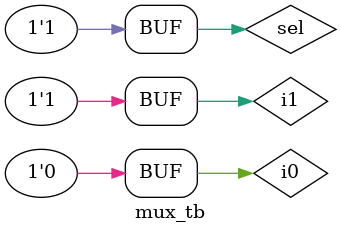
<source format=v>
module mux_2_1(
  input sel,
  input i0, i1,
  output y);
  
  assign y = sel ? i1 : i0;
endmodule
// testbench
module mux_tb;
  reg i0, i1, sel;
  wire y;
  
  mux_2_1 mux(sel, i0, i1, y);
  initial begin
    $monitor("sel = %h: i0 = %h, i1 = %h --> y = %h", sel, i0, i1, y);
    i0 = 0; i1 = 1;
    sel = 0;
    #1;
    sel = 1;
  end
endmodule

</source>
